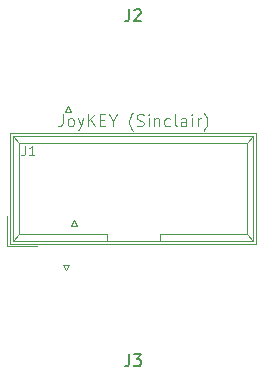
<source format=gto>
G04 #@! TF.GenerationSoftware,KiCad,Pcbnew,(5.1.8)-1*
G04 #@! TF.CreationDate,2021-02-19T21:47:41+01:00*
G04 #@! TF.ProjectId,Sinclair,53696e63-6c61-4697-922e-6b696361645f,rev?*
G04 #@! TF.SameCoordinates,Original*
G04 #@! TF.FileFunction,Legend,Top*
G04 #@! TF.FilePolarity,Positive*
%FSLAX46Y46*%
G04 Gerber Fmt 4.6, Leading zero omitted, Abs format (unit mm)*
G04 Created by KiCad (PCBNEW (5.1.8)-1) date 2021-02-19 21:47:41*
%MOMM*%
%LPD*%
G01*
G04 APERTURE LIST*
%ADD10C,0.100000*%
%ADD11C,0.120000*%
%ADD12C,0.150000*%
G04 APERTURE END LIST*
D10*
X136263809Y-82002380D02*
X136263809Y-82716666D01*
X136216190Y-82859523D01*
X136120952Y-82954761D01*
X135978095Y-83002380D01*
X135882857Y-83002380D01*
X136882857Y-83002380D02*
X136787619Y-82954761D01*
X136740000Y-82907142D01*
X136692380Y-82811904D01*
X136692380Y-82526190D01*
X136740000Y-82430952D01*
X136787619Y-82383333D01*
X136882857Y-82335714D01*
X137025714Y-82335714D01*
X137120952Y-82383333D01*
X137168571Y-82430952D01*
X137216190Y-82526190D01*
X137216190Y-82811904D01*
X137168571Y-82907142D01*
X137120952Y-82954761D01*
X137025714Y-83002380D01*
X136882857Y-83002380D01*
X137549523Y-82335714D02*
X137787619Y-83002380D01*
X138025714Y-82335714D02*
X137787619Y-83002380D01*
X137692380Y-83240476D01*
X137644761Y-83288095D01*
X137549523Y-83335714D01*
X138406666Y-83002380D02*
X138406666Y-82002380D01*
X138978095Y-83002380D02*
X138549523Y-82430952D01*
X138978095Y-82002380D02*
X138406666Y-82573809D01*
X139406666Y-82478571D02*
X139740000Y-82478571D01*
X139882857Y-83002380D02*
X139406666Y-83002380D01*
X139406666Y-82002380D01*
X139882857Y-82002380D01*
X140501904Y-82526190D02*
X140501904Y-83002380D01*
X140168571Y-82002380D02*
X140501904Y-82526190D01*
X140835238Y-82002380D01*
X142216190Y-83383333D02*
X142168571Y-83335714D01*
X142073333Y-83192857D01*
X142025714Y-83097619D01*
X141978095Y-82954761D01*
X141930476Y-82716666D01*
X141930476Y-82526190D01*
X141978095Y-82288095D01*
X142025714Y-82145238D01*
X142073333Y-82050000D01*
X142168571Y-81907142D01*
X142216190Y-81859523D01*
X142549523Y-82954761D02*
X142692380Y-83002380D01*
X142930476Y-83002380D01*
X143025714Y-82954761D01*
X143073333Y-82907142D01*
X143120952Y-82811904D01*
X143120952Y-82716666D01*
X143073333Y-82621428D01*
X143025714Y-82573809D01*
X142930476Y-82526190D01*
X142740000Y-82478571D01*
X142644761Y-82430952D01*
X142597142Y-82383333D01*
X142549523Y-82288095D01*
X142549523Y-82192857D01*
X142597142Y-82097619D01*
X142644761Y-82050000D01*
X142740000Y-82002380D01*
X142978095Y-82002380D01*
X143120952Y-82050000D01*
X143549523Y-83002380D02*
X143549523Y-82335714D01*
X143549523Y-82002380D02*
X143501904Y-82050000D01*
X143549523Y-82097619D01*
X143597142Y-82050000D01*
X143549523Y-82002380D01*
X143549523Y-82097619D01*
X144025714Y-82335714D02*
X144025714Y-83002380D01*
X144025714Y-82430952D02*
X144073333Y-82383333D01*
X144168571Y-82335714D01*
X144311428Y-82335714D01*
X144406666Y-82383333D01*
X144454285Y-82478571D01*
X144454285Y-83002380D01*
X145359047Y-82954761D02*
X145263809Y-83002380D01*
X145073333Y-83002380D01*
X144978095Y-82954761D01*
X144930476Y-82907142D01*
X144882857Y-82811904D01*
X144882857Y-82526190D01*
X144930476Y-82430952D01*
X144978095Y-82383333D01*
X145073333Y-82335714D01*
X145263809Y-82335714D01*
X145359047Y-82383333D01*
X145930476Y-83002380D02*
X145835238Y-82954761D01*
X145787619Y-82859523D01*
X145787619Y-82002380D01*
X146740000Y-83002380D02*
X146740000Y-82478571D01*
X146692380Y-82383333D01*
X146597142Y-82335714D01*
X146406666Y-82335714D01*
X146311428Y-82383333D01*
X146740000Y-82954761D02*
X146644761Y-83002380D01*
X146406666Y-83002380D01*
X146311428Y-82954761D01*
X146263809Y-82859523D01*
X146263809Y-82764285D01*
X146311428Y-82669047D01*
X146406666Y-82621428D01*
X146644761Y-82621428D01*
X146740000Y-82573809D01*
X147216190Y-83002380D02*
X147216190Y-82335714D01*
X147216190Y-82002380D02*
X147168571Y-82050000D01*
X147216190Y-82097619D01*
X147263809Y-82050000D01*
X147216190Y-82002380D01*
X147216190Y-82097619D01*
X147692380Y-83002380D02*
X147692380Y-82335714D01*
X147692380Y-82526190D02*
X147740000Y-82430952D01*
X147787619Y-82383333D01*
X147882857Y-82335714D01*
X147978095Y-82335714D01*
X148216190Y-83383333D02*
X148263809Y-83335714D01*
X148359047Y-83192857D01*
X148406666Y-83097619D01*
X148454285Y-82954761D01*
X148501904Y-82716666D01*
X148501904Y-82526190D01*
X148454285Y-82288095D01*
X148406666Y-82145238D01*
X148359047Y-82050000D01*
X148263809Y-81907142D01*
X148216190Y-81859523D01*
D11*
X136965500Y-81768438D02*
X136465500Y-81768438D01*
X136465500Y-81768438D02*
X136715500Y-81335425D01*
X136715500Y-81335425D02*
X136965500Y-81768438D01*
X137473500Y-91420438D02*
X136973500Y-91420438D01*
X136973500Y-91420438D02*
X137223500Y-90987425D01*
X137223500Y-90987425D02*
X137473500Y-91420438D01*
X131560000Y-93190000D02*
X131560000Y-90650000D01*
X131560000Y-93190000D02*
X134100000Y-93190000D01*
X131810000Y-92940000D02*
X131810000Y-83590000D01*
X152670000Y-92940000D02*
X131810000Y-92940000D01*
X152670000Y-83590000D02*
X152670000Y-92940000D01*
X131810000Y-83590000D02*
X152670000Y-83590000D01*
D10*
X152420000Y-92690000D02*
X151860000Y-92140000D01*
X132060000Y-92690000D02*
X132600000Y-92140000D01*
X152420000Y-83840000D02*
X151860000Y-84390000D01*
X132060000Y-83840000D02*
X132600000Y-84390000D01*
X151860000Y-84390000D02*
X151860000Y-92140000D01*
X152420000Y-83840000D02*
X152420000Y-92690000D01*
X132600000Y-84390000D02*
X132600000Y-92140000D01*
X132060000Y-83840000D02*
X132060000Y-92690000D01*
X144490000Y-92140000D02*
X144490000Y-92690000D01*
X139990000Y-92140000D02*
X139990000Y-92690000D01*
X144490000Y-92140000D02*
X151860000Y-92140000D01*
X132600000Y-92140000D02*
X139990000Y-92140000D01*
X132060000Y-92690000D02*
X152420000Y-92690000D01*
X132600000Y-84390000D02*
X151860000Y-84390000D01*
X132060000Y-83840000D02*
X152420000Y-83840000D01*
D11*
X136314500Y-94761562D02*
X136814500Y-94761562D01*
X136814500Y-94761562D02*
X136564500Y-95194575D01*
X136564500Y-95194575D02*
X136314500Y-94761562D01*
D12*
X141906666Y-73112380D02*
X141906666Y-73826666D01*
X141859047Y-73969523D01*
X141763809Y-74064761D01*
X141620952Y-74112380D01*
X141525714Y-74112380D01*
X142335238Y-73207619D02*
X142382857Y-73160000D01*
X142478095Y-73112380D01*
X142716190Y-73112380D01*
X142811428Y-73160000D01*
X142859047Y-73207619D01*
X142906666Y-73302857D01*
X142906666Y-73398095D01*
X142859047Y-73540952D01*
X142287619Y-74112380D01*
X142906666Y-74112380D01*
D10*
X133083333Y-84651904D02*
X133083333Y-85223333D01*
X133045238Y-85337619D01*
X132969047Y-85413809D01*
X132854761Y-85451904D01*
X132778571Y-85451904D01*
X133883333Y-85451904D02*
X133426190Y-85451904D01*
X133654761Y-85451904D02*
X133654761Y-84651904D01*
X133578571Y-84766190D01*
X133502380Y-84842380D01*
X133426190Y-84880476D01*
D12*
X141906666Y-102322380D02*
X141906666Y-103036666D01*
X141859047Y-103179523D01*
X141763809Y-103274761D01*
X141620952Y-103322380D01*
X141525714Y-103322380D01*
X142287619Y-102322380D02*
X142906666Y-102322380D01*
X142573333Y-102703333D01*
X142716190Y-102703333D01*
X142811428Y-102750952D01*
X142859047Y-102798571D01*
X142906666Y-102893809D01*
X142906666Y-103131904D01*
X142859047Y-103227142D01*
X142811428Y-103274761D01*
X142716190Y-103322380D01*
X142430476Y-103322380D01*
X142335238Y-103274761D01*
X142287619Y-103227142D01*
M02*

</source>
